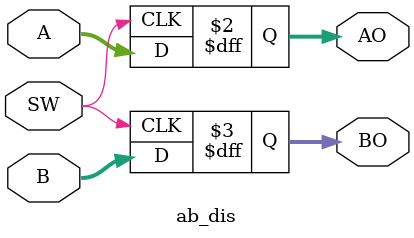
<source format=v>
module ab_dis(A,B,SW,AO,BO);

input [3:0]A;
input [3:0]B;
input SW;
output reg [3:0]AO;
output reg [3:0]BO;

always @(posedge SW)
begin 
AO<=A;
BO<=B;
end 
endmodule 
</source>
